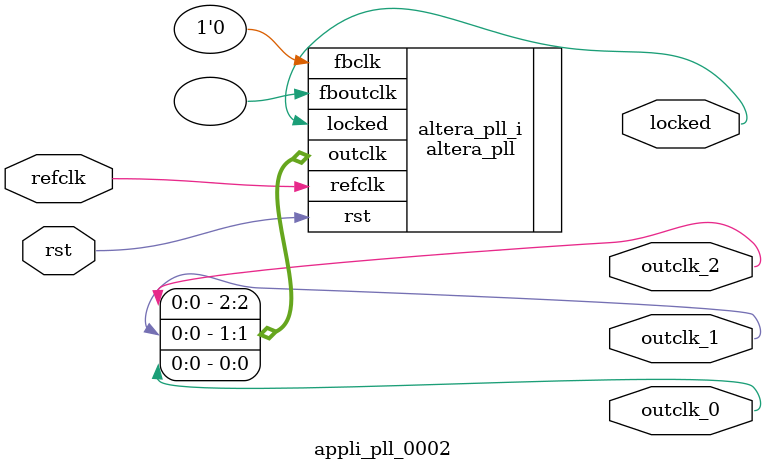
<source format=v>
`timescale 1ns/10ps
module  appli_pll_0002(

	// interface 'refclk'
	input wire refclk,

	// interface 'reset'
	input wire rst,

	// interface 'outclk0'
	output wire outclk_0,

	// interface 'outclk1'
	output wire outclk_1,

	// interface 'outclk2'
	output wire outclk_2,

	// interface 'locked'
	output wire locked
);

	altera_pll #(
		.fractional_vco_multiplier("false"),
		.reference_clock_frequency("50.0 MHz"),
		.operation_mode("direct"),
		.number_of_clocks(3),
		.output_clock_frequency0("50.000000 MHz"),
		.phase_shift0("0 ps"),
		.duty_cycle0(50),
		.output_clock_frequency1("25.000000 MHz"),
		.phase_shift1("0 ps"),
		.duty_cycle1(50),
		.output_clock_frequency2("1.000000 MHz"),
		.phase_shift2("0 ps"),
		.duty_cycle2(50),
		.output_clock_frequency3("0 MHz"),
		.phase_shift3("0 ps"),
		.duty_cycle3(50),
		.output_clock_frequency4("0 MHz"),
		.phase_shift4("0 ps"),
		.duty_cycle4(50),
		.output_clock_frequency5("0 MHz"),
		.phase_shift5("0 ps"),
		.duty_cycle5(50),
		.output_clock_frequency6("0 MHz"),
		.phase_shift6("0 ps"),
		.duty_cycle6(50),
		.output_clock_frequency7("0 MHz"),
		.phase_shift7("0 ps"),
		.duty_cycle7(50),
		.output_clock_frequency8("0 MHz"),
		.phase_shift8("0 ps"),
		.duty_cycle8(50),
		.output_clock_frequency9("0 MHz"),
		.phase_shift9("0 ps"),
		.duty_cycle9(50),
		.output_clock_frequency10("0 MHz"),
		.phase_shift10("0 ps"),
		.duty_cycle10(50),
		.output_clock_frequency11("0 MHz"),
		.phase_shift11("0 ps"),
		.duty_cycle11(50),
		.output_clock_frequency12("0 MHz"),
		.phase_shift12("0 ps"),
		.duty_cycle12(50),
		.output_clock_frequency13("0 MHz"),
		.phase_shift13("0 ps"),
		.duty_cycle13(50),
		.output_clock_frequency14("0 MHz"),
		.phase_shift14("0 ps"),
		.duty_cycle14(50),
		.output_clock_frequency15("0 MHz"),
		.phase_shift15("0 ps"),
		.duty_cycle15(50),
		.output_clock_frequency16("0 MHz"),
		.phase_shift16("0 ps"),
		.duty_cycle16(50),
		.output_clock_frequency17("0 MHz"),
		.phase_shift17("0 ps"),
		.duty_cycle17(50),
		.pll_type("General"),
		.pll_subtype("General")
	) altera_pll_i (
		.rst	(rst),
		.outclk	({outclk_2, outclk_1, outclk_0}),
		.locked	(locked),
		.fboutclk	( ),
		.fbclk	(1'b0),
		.refclk	(refclk)
	);
endmodule


</source>
